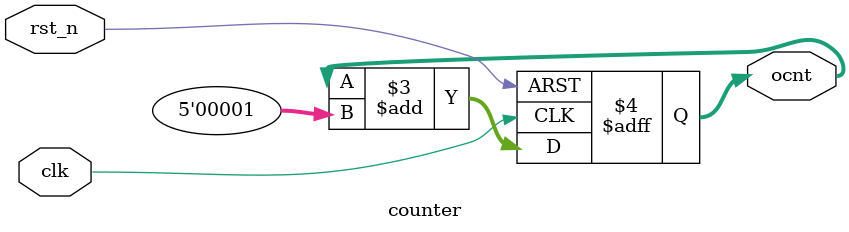
<source format=v>
`timescale 1ns/1ps

module counter(
    input clk,
    input rst_n,
    output reg [4:0] ocnt
);

always@(posedge clk or negedge rst_n)
if (!rst_n) begin
    ocnt <= 5'd0;
end
else ocnt <= ocnt + 5'd1;

endmodule



</source>
